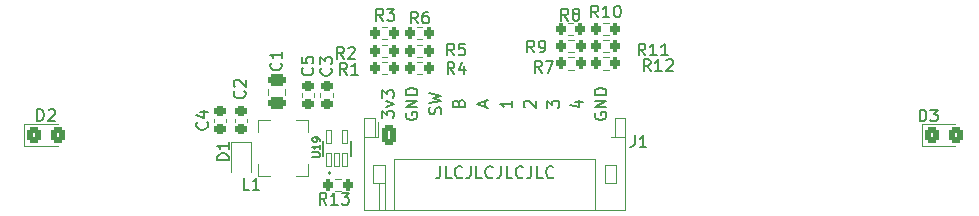
<source format=gto>
%TF.GenerationSoftware,KiCad,Pcbnew,(6.0.6)*%
%TF.CreationDate,2022-07-17T20:06:38+03:00*%
%TF.ProjectId,Sensor,53656e73-6f72-42e6-9b69-6361645f7063,rev?*%
%TF.SameCoordinates,Original*%
%TF.FileFunction,Legend,Top*%
%TF.FilePolarity,Positive*%
%FSLAX46Y46*%
G04 Gerber Fmt 4.6, Leading zero omitted, Abs format (unit mm)*
G04 Created by KiCad (PCBNEW (6.0.6)) date 2022-07-17 20:06:38*
%MOMM*%
%LPD*%
G01*
G04 APERTURE LIST*
G04 Aperture macros list*
%AMRoundRect*
0 Rectangle with rounded corners*
0 $1 Rounding radius*
0 $2 $3 $4 $5 $6 $7 $8 $9 X,Y pos of 4 corners*
0 Add a 4 corners polygon primitive as box body*
4,1,4,$2,$3,$4,$5,$6,$7,$8,$9,$2,$3,0*
0 Add four circle primitives for the rounded corners*
1,1,$1+$1,$2,$3*
1,1,$1+$1,$4,$5*
1,1,$1+$1,$6,$7*
1,1,$1+$1,$8,$9*
0 Add four rect primitives between the rounded corners*
20,1,$1+$1,$2,$3,$4,$5,0*
20,1,$1+$1,$4,$5,$6,$7,0*
20,1,$1+$1,$6,$7,$8,$9,0*
20,1,$1+$1,$8,$9,$2,$3,0*%
G04 Aperture macros list end*
%ADD10C,0.150000*%
%ADD11C,0.120000*%
%ADD12C,0.127000*%
%ADD13C,0.200000*%
%ADD14RoundRect,0.250000X-0.475000X0.250000X-0.475000X-0.250000X0.475000X-0.250000X0.475000X0.250000X0*%
%ADD15RoundRect,0.225000X0.250000X-0.225000X0.250000X0.225000X-0.250000X0.225000X-0.250000X-0.225000X0*%
%ADD16R,0.450000X0.600000*%
%ADD17R,3.600000X1.500000*%
%ADD18RoundRect,0.200000X0.200000X0.275000X-0.200000X0.275000X-0.200000X-0.275000X0.200000X-0.275000X0*%
%ADD19RoundRect,0.020000X0.180000X-0.575000X0.180000X0.575000X-0.180000X0.575000X-0.180000X-0.575000X0*%
%ADD20C,2.100000*%
%ADD21RoundRect,0.250000X-0.325000X-0.450000X0.325000X-0.450000X0.325000X0.450000X-0.325000X0.450000X0*%
%ADD22RoundRect,0.200000X-0.200000X-0.275000X0.200000X-0.275000X0.200000X0.275000X-0.200000X0.275000X0*%
%ADD23RoundRect,0.250000X-0.350000X-0.625000X0.350000X-0.625000X0.350000X0.625000X-0.350000X0.625000X0*%
%ADD24O,1.200000X1.750000*%
G04 APERTURE END LIST*
D10*
X165404761Y-111227142D02*
X165452380Y-111084285D01*
X165452380Y-110846190D01*
X165404761Y-110750952D01*
X165357142Y-110703333D01*
X165261904Y-110655714D01*
X165166666Y-110655714D01*
X165071428Y-110703333D01*
X165023809Y-110750952D01*
X164976190Y-110846190D01*
X164928571Y-111036666D01*
X164880952Y-111131904D01*
X164833333Y-111179523D01*
X164738095Y-111227142D01*
X164642857Y-111227142D01*
X164547619Y-111179523D01*
X164500000Y-111131904D01*
X164452380Y-111036666D01*
X164452380Y-110798571D01*
X164500000Y-110655714D01*
X164452380Y-110322380D02*
X165452380Y-110084285D01*
X164738095Y-109893809D01*
X165452380Y-109703333D01*
X164452380Y-109465238D01*
X160452380Y-111560476D02*
X160452380Y-110941428D01*
X160833333Y-111274761D01*
X160833333Y-111131904D01*
X160880952Y-111036666D01*
X160928571Y-110989047D01*
X161023809Y-110941428D01*
X161261904Y-110941428D01*
X161357142Y-110989047D01*
X161404761Y-111036666D01*
X161452380Y-111131904D01*
X161452380Y-111417619D01*
X161404761Y-111512857D01*
X161357142Y-111560476D01*
X160785714Y-110608095D02*
X161452380Y-110370000D01*
X160785714Y-110131904D01*
X160452380Y-109846190D02*
X160452380Y-109227142D01*
X160833333Y-109560476D01*
X160833333Y-109417619D01*
X160880952Y-109322380D01*
X160928571Y-109274761D01*
X161023809Y-109227142D01*
X161261904Y-109227142D01*
X161357142Y-109274761D01*
X161404761Y-109322380D01*
X161452380Y-109417619D01*
X161452380Y-109703333D01*
X161404761Y-109798571D01*
X161357142Y-109846190D01*
X171452380Y-110084285D02*
X171452380Y-110655714D01*
X171452380Y-110370000D02*
X170452380Y-110370000D01*
X170595238Y-110465238D01*
X170690476Y-110560476D01*
X170738095Y-110655714D01*
X176785714Y-110179523D02*
X177452380Y-110179523D01*
X176404761Y-110417619D02*
X177119047Y-110655714D01*
X177119047Y-110036666D01*
X172547619Y-110655714D02*
X172500000Y-110608095D01*
X172452380Y-110512857D01*
X172452380Y-110274761D01*
X172500000Y-110179523D01*
X172547619Y-110131904D01*
X172642857Y-110084285D01*
X172738095Y-110084285D01*
X172880952Y-110131904D01*
X173452380Y-110703333D01*
X173452380Y-110084285D01*
X178500000Y-111131904D02*
X178452380Y-111227142D01*
X178452380Y-111370000D01*
X178500000Y-111512857D01*
X178595238Y-111608095D01*
X178690476Y-111655714D01*
X178880952Y-111703333D01*
X179023809Y-111703333D01*
X179214285Y-111655714D01*
X179309523Y-111608095D01*
X179404761Y-111512857D01*
X179452380Y-111370000D01*
X179452380Y-111274761D01*
X179404761Y-111131904D01*
X179357142Y-111084285D01*
X179023809Y-111084285D01*
X179023809Y-111274761D01*
X179452380Y-110655714D02*
X178452380Y-110655714D01*
X179452380Y-110084285D01*
X178452380Y-110084285D01*
X179452380Y-109608095D02*
X178452380Y-109608095D01*
X178452380Y-109370000D01*
X178500000Y-109227142D01*
X178595238Y-109131904D01*
X178690476Y-109084285D01*
X178880952Y-109036666D01*
X179023809Y-109036666D01*
X179214285Y-109084285D01*
X179309523Y-109131904D01*
X179404761Y-109227142D01*
X179452380Y-109370000D01*
X179452380Y-109608095D01*
X162500000Y-111131904D02*
X162452380Y-111227142D01*
X162452380Y-111370000D01*
X162500000Y-111512857D01*
X162595238Y-111608095D01*
X162690476Y-111655714D01*
X162880952Y-111703333D01*
X163023809Y-111703333D01*
X163214285Y-111655714D01*
X163309523Y-111608095D01*
X163404761Y-111512857D01*
X163452380Y-111370000D01*
X163452380Y-111274761D01*
X163404761Y-111131904D01*
X163357142Y-111084285D01*
X163023809Y-111084285D01*
X163023809Y-111274761D01*
X163452380Y-110655714D02*
X162452380Y-110655714D01*
X163452380Y-110084285D01*
X162452380Y-110084285D01*
X163452380Y-109608095D02*
X162452380Y-109608095D01*
X162452380Y-109370000D01*
X162500000Y-109227142D01*
X162595238Y-109131904D01*
X162690476Y-109084285D01*
X162880952Y-109036666D01*
X163023809Y-109036666D01*
X163214285Y-109084285D01*
X163309523Y-109131904D01*
X163404761Y-109227142D01*
X163452380Y-109370000D01*
X163452380Y-109608095D01*
X166928571Y-110298571D02*
X166976190Y-110155714D01*
X167023809Y-110108095D01*
X167119047Y-110060476D01*
X167261904Y-110060476D01*
X167357142Y-110108095D01*
X167404761Y-110155714D01*
X167452380Y-110250952D01*
X167452380Y-110631904D01*
X166452380Y-110631904D01*
X166452380Y-110298571D01*
X166500000Y-110203333D01*
X166547619Y-110155714D01*
X166642857Y-110108095D01*
X166738095Y-110108095D01*
X166833333Y-110155714D01*
X166880952Y-110203333D01*
X166928571Y-110298571D01*
X166928571Y-110631904D01*
X169166666Y-110608095D02*
X169166666Y-110131904D01*
X169452380Y-110703333D02*
X168452380Y-110370000D01*
X169452380Y-110036666D01*
X165380952Y-115652380D02*
X165380952Y-116366666D01*
X165333333Y-116509523D01*
X165238095Y-116604761D01*
X165095238Y-116652380D01*
X165000000Y-116652380D01*
X166333333Y-116652380D02*
X165857142Y-116652380D01*
X165857142Y-115652380D01*
X167238095Y-116557142D02*
X167190476Y-116604761D01*
X167047619Y-116652380D01*
X166952380Y-116652380D01*
X166809523Y-116604761D01*
X166714285Y-116509523D01*
X166666666Y-116414285D01*
X166619047Y-116223809D01*
X166619047Y-116080952D01*
X166666666Y-115890476D01*
X166714285Y-115795238D01*
X166809523Y-115700000D01*
X166952380Y-115652380D01*
X167047619Y-115652380D01*
X167190476Y-115700000D01*
X167238095Y-115747619D01*
X167952380Y-115652380D02*
X167952380Y-116366666D01*
X167904761Y-116509523D01*
X167809523Y-116604761D01*
X167666666Y-116652380D01*
X167571428Y-116652380D01*
X168904761Y-116652380D02*
X168428571Y-116652380D01*
X168428571Y-115652380D01*
X169809523Y-116557142D02*
X169761904Y-116604761D01*
X169619047Y-116652380D01*
X169523809Y-116652380D01*
X169380952Y-116604761D01*
X169285714Y-116509523D01*
X169238095Y-116414285D01*
X169190476Y-116223809D01*
X169190476Y-116080952D01*
X169238095Y-115890476D01*
X169285714Y-115795238D01*
X169380952Y-115700000D01*
X169523809Y-115652380D01*
X169619047Y-115652380D01*
X169761904Y-115700000D01*
X169809523Y-115747619D01*
X170523809Y-115652380D02*
X170523809Y-116366666D01*
X170476190Y-116509523D01*
X170380952Y-116604761D01*
X170238095Y-116652380D01*
X170142857Y-116652380D01*
X171476190Y-116652380D02*
X171000000Y-116652380D01*
X171000000Y-115652380D01*
X172380952Y-116557142D02*
X172333333Y-116604761D01*
X172190476Y-116652380D01*
X172095238Y-116652380D01*
X171952380Y-116604761D01*
X171857142Y-116509523D01*
X171809523Y-116414285D01*
X171761904Y-116223809D01*
X171761904Y-116080952D01*
X171809523Y-115890476D01*
X171857142Y-115795238D01*
X171952380Y-115700000D01*
X172095238Y-115652380D01*
X172190476Y-115652380D01*
X172333333Y-115700000D01*
X172380952Y-115747619D01*
X173095238Y-115652380D02*
X173095238Y-116366666D01*
X173047619Y-116509523D01*
X172952380Y-116604761D01*
X172809523Y-116652380D01*
X172714285Y-116652380D01*
X174047619Y-116652380D02*
X173571428Y-116652380D01*
X173571428Y-115652380D01*
X174952380Y-116557142D02*
X174904761Y-116604761D01*
X174761904Y-116652380D01*
X174666666Y-116652380D01*
X174523809Y-116604761D01*
X174428571Y-116509523D01*
X174380952Y-116414285D01*
X174333333Y-116223809D01*
X174333333Y-116080952D01*
X174380952Y-115890476D01*
X174428571Y-115795238D01*
X174523809Y-115700000D01*
X174666666Y-115652380D01*
X174761904Y-115652380D01*
X174904761Y-115700000D01*
X174952380Y-115747619D01*
X174452380Y-110703333D02*
X174452380Y-110084285D01*
X174833333Y-110417619D01*
X174833333Y-110274761D01*
X174880952Y-110179523D01*
X174928571Y-110131904D01*
X175023809Y-110084285D01*
X175261904Y-110084285D01*
X175357142Y-110131904D01*
X175404761Y-110179523D01*
X175452380Y-110274761D01*
X175452380Y-110560476D01*
X175404761Y-110655714D01*
X175357142Y-110703333D01*
X151867142Y-106901666D02*
X151914761Y-106949285D01*
X151962380Y-107092142D01*
X151962380Y-107187380D01*
X151914761Y-107330238D01*
X151819523Y-107425476D01*
X151724285Y-107473095D01*
X151533809Y-107520714D01*
X151390952Y-107520714D01*
X151200476Y-107473095D01*
X151105238Y-107425476D01*
X151010000Y-107330238D01*
X150962380Y-107187380D01*
X150962380Y-107092142D01*
X151010000Y-106949285D01*
X151057619Y-106901666D01*
X151962380Y-105949285D02*
X151962380Y-106520714D01*
X151962380Y-106235000D02*
X150962380Y-106235000D01*
X151105238Y-106330238D01*
X151200476Y-106425476D01*
X151248095Y-106520714D01*
X148797142Y-109276666D02*
X148844761Y-109324285D01*
X148892380Y-109467142D01*
X148892380Y-109562380D01*
X148844761Y-109705238D01*
X148749523Y-109800476D01*
X148654285Y-109848095D01*
X148463809Y-109895714D01*
X148320952Y-109895714D01*
X148130476Y-109848095D01*
X148035238Y-109800476D01*
X147940000Y-109705238D01*
X147892380Y-109562380D01*
X147892380Y-109467142D01*
X147940000Y-109324285D01*
X147987619Y-109276666D01*
X147987619Y-108895714D02*
X147940000Y-108848095D01*
X147892380Y-108752857D01*
X147892380Y-108514761D01*
X147940000Y-108419523D01*
X147987619Y-108371904D01*
X148082857Y-108324285D01*
X148178095Y-108324285D01*
X148320952Y-108371904D01*
X148892380Y-108943333D01*
X148892380Y-108324285D01*
X147472380Y-115128095D02*
X146472380Y-115128095D01*
X146472380Y-114890000D01*
X146520000Y-114747142D01*
X146615238Y-114651904D01*
X146710476Y-114604285D01*
X146900952Y-114556666D01*
X147043809Y-114556666D01*
X147234285Y-114604285D01*
X147329523Y-114651904D01*
X147424761Y-114747142D01*
X147472380Y-114890000D01*
X147472380Y-115128095D01*
X147472380Y-113604285D02*
X147472380Y-114175714D01*
X147472380Y-113890000D02*
X146472380Y-113890000D01*
X146615238Y-113985238D01*
X146710476Y-114080476D01*
X146758095Y-114175714D01*
X149213333Y-117632380D02*
X148737142Y-117632380D01*
X148737142Y-116632380D01*
X150070476Y-117632380D02*
X149499047Y-117632380D01*
X149784761Y-117632380D02*
X149784761Y-116632380D01*
X149689523Y-116775238D01*
X149594285Y-116870476D01*
X149499047Y-116918095D01*
X155747142Y-118892380D02*
X155413809Y-118416190D01*
X155175714Y-118892380D02*
X155175714Y-117892380D01*
X155556666Y-117892380D01*
X155651904Y-117940000D01*
X155699523Y-117987619D01*
X155747142Y-118082857D01*
X155747142Y-118225714D01*
X155699523Y-118320952D01*
X155651904Y-118368571D01*
X155556666Y-118416190D01*
X155175714Y-118416190D01*
X156699523Y-118892380D02*
X156128095Y-118892380D01*
X156413809Y-118892380D02*
X156413809Y-117892380D01*
X156318571Y-118035238D01*
X156223333Y-118130476D01*
X156128095Y-118178095D01*
X157032857Y-117892380D02*
X157651904Y-117892380D01*
X157318571Y-118273333D01*
X157461428Y-118273333D01*
X157556666Y-118320952D01*
X157604285Y-118368571D01*
X157651904Y-118463809D01*
X157651904Y-118701904D01*
X157604285Y-118797142D01*
X157556666Y-118844761D01*
X157461428Y-118892380D01*
X157175714Y-118892380D01*
X157080476Y-118844761D01*
X157032857Y-118797142D01*
X154559523Y-114822380D02*
X155077619Y-114822380D01*
X155138571Y-114791904D01*
X155169047Y-114761428D01*
X155199523Y-114700476D01*
X155199523Y-114578571D01*
X155169047Y-114517619D01*
X155138571Y-114487142D01*
X155077619Y-114456666D01*
X154559523Y-114456666D01*
X155199523Y-113816666D02*
X155199523Y-114182380D01*
X155199523Y-113999523D02*
X154559523Y-113999523D01*
X154650952Y-114060476D01*
X154711904Y-114121428D01*
X154742380Y-114182380D01*
X155199523Y-113511904D02*
X155199523Y-113390000D01*
X155169047Y-113329047D01*
X155138571Y-113298571D01*
X155047142Y-113237619D01*
X154925238Y-113207142D01*
X154681428Y-113207142D01*
X154620476Y-113237619D01*
X154590000Y-113268095D01*
X154559523Y-113329047D01*
X154559523Y-113450952D01*
X154590000Y-113511904D01*
X154620476Y-113542380D01*
X154681428Y-113572857D01*
X154833809Y-113572857D01*
X154894761Y-113542380D01*
X154925238Y-113511904D01*
X154955714Y-113450952D01*
X154955714Y-113329047D01*
X154925238Y-113268095D01*
X154894761Y-113237619D01*
X154833809Y-113207142D01*
X156107142Y-107346666D02*
X156154761Y-107394285D01*
X156202380Y-107537142D01*
X156202380Y-107632380D01*
X156154761Y-107775238D01*
X156059523Y-107870476D01*
X155964285Y-107918095D01*
X155773809Y-107965714D01*
X155630952Y-107965714D01*
X155440476Y-107918095D01*
X155345238Y-107870476D01*
X155250000Y-107775238D01*
X155202380Y-107632380D01*
X155202380Y-107537142D01*
X155250000Y-107394285D01*
X155297619Y-107346666D01*
X155202380Y-107013333D02*
X155202380Y-106394285D01*
X155583333Y-106727619D01*
X155583333Y-106584761D01*
X155630952Y-106489523D01*
X155678571Y-106441904D01*
X155773809Y-106394285D01*
X156011904Y-106394285D01*
X156107142Y-106441904D01*
X156154761Y-106489523D01*
X156202380Y-106584761D01*
X156202380Y-106870476D01*
X156154761Y-106965714D01*
X156107142Y-107013333D01*
X176203333Y-103312380D02*
X175870000Y-102836190D01*
X175631904Y-103312380D02*
X175631904Y-102312380D01*
X176012857Y-102312380D01*
X176108095Y-102360000D01*
X176155714Y-102407619D01*
X176203333Y-102502857D01*
X176203333Y-102645714D01*
X176155714Y-102740952D01*
X176108095Y-102788571D01*
X176012857Y-102836190D01*
X175631904Y-102836190D01*
X176774761Y-102740952D02*
X176679523Y-102693333D01*
X176631904Y-102645714D01*
X176584285Y-102550476D01*
X176584285Y-102502857D01*
X176631904Y-102407619D01*
X176679523Y-102360000D01*
X176774761Y-102312380D01*
X176965238Y-102312380D01*
X177060476Y-102360000D01*
X177108095Y-102407619D01*
X177155714Y-102502857D01*
X177155714Y-102550476D01*
X177108095Y-102645714D01*
X177060476Y-102693333D01*
X176965238Y-102740952D01*
X176774761Y-102740952D01*
X176679523Y-102788571D01*
X176631904Y-102836190D01*
X176584285Y-102931428D01*
X176584285Y-103121904D01*
X176631904Y-103217142D01*
X176679523Y-103264761D01*
X176774761Y-103312380D01*
X176965238Y-103312380D01*
X177060476Y-103264761D01*
X177108095Y-103217142D01*
X177155714Y-103121904D01*
X177155714Y-102931428D01*
X177108095Y-102836190D01*
X177060476Y-102788571D01*
X176965238Y-102740952D01*
X131261904Y-111802380D02*
X131261904Y-110802380D01*
X131500000Y-110802380D01*
X131642857Y-110850000D01*
X131738095Y-110945238D01*
X131785714Y-111040476D01*
X131833333Y-111230952D01*
X131833333Y-111373809D01*
X131785714Y-111564285D01*
X131738095Y-111659523D01*
X131642857Y-111754761D01*
X131500000Y-111802380D01*
X131261904Y-111802380D01*
X132214285Y-110897619D02*
X132261904Y-110850000D01*
X132357142Y-110802380D01*
X132595238Y-110802380D01*
X132690476Y-110850000D01*
X132738095Y-110897619D01*
X132785714Y-110992857D01*
X132785714Y-111088095D01*
X132738095Y-111230952D01*
X132166666Y-111802380D01*
X132785714Y-111802380D01*
X173963333Y-107712380D02*
X173630000Y-107236190D01*
X173391904Y-107712380D02*
X173391904Y-106712380D01*
X173772857Y-106712380D01*
X173868095Y-106760000D01*
X173915714Y-106807619D01*
X173963333Y-106902857D01*
X173963333Y-107045714D01*
X173915714Y-107140952D01*
X173868095Y-107188571D01*
X173772857Y-107236190D01*
X173391904Y-107236190D01*
X174296666Y-106712380D02*
X174963333Y-106712380D01*
X174534761Y-107712380D01*
X163483333Y-103552380D02*
X163150000Y-103076190D01*
X162911904Y-103552380D02*
X162911904Y-102552380D01*
X163292857Y-102552380D01*
X163388095Y-102600000D01*
X163435714Y-102647619D01*
X163483333Y-102742857D01*
X163483333Y-102885714D01*
X163435714Y-102980952D01*
X163388095Y-103028571D01*
X163292857Y-103076190D01*
X162911904Y-103076190D01*
X164340476Y-102552380D02*
X164150000Y-102552380D01*
X164054761Y-102600000D01*
X164007142Y-102647619D01*
X163911904Y-102790476D01*
X163864285Y-102980952D01*
X163864285Y-103361904D01*
X163911904Y-103457142D01*
X163959523Y-103504761D01*
X164054761Y-103552380D01*
X164245238Y-103552380D01*
X164340476Y-103504761D01*
X164388095Y-103457142D01*
X164435714Y-103361904D01*
X164435714Y-103123809D01*
X164388095Y-103028571D01*
X164340476Y-102980952D01*
X164245238Y-102933333D01*
X164054761Y-102933333D01*
X163959523Y-102980952D01*
X163911904Y-103028571D01*
X163864285Y-103123809D01*
X145627142Y-111916666D02*
X145674761Y-111964285D01*
X145722380Y-112107142D01*
X145722380Y-112202380D01*
X145674761Y-112345238D01*
X145579523Y-112440476D01*
X145484285Y-112488095D01*
X145293809Y-112535714D01*
X145150952Y-112535714D01*
X144960476Y-112488095D01*
X144865238Y-112440476D01*
X144770000Y-112345238D01*
X144722380Y-112202380D01*
X144722380Y-112107142D01*
X144770000Y-111964285D01*
X144817619Y-111916666D01*
X145055714Y-111059523D02*
X145722380Y-111059523D01*
X144674761Y-111297619D02*
X145389047Y-111535714D01*
X145389047Y-110916666D01*
X181836666Y-113012380D02*
X181836666Y-113726666D01*
X181789047Y-113869523D01*
X181693809Y-113964761D01*
X181550952Y-114012380D01*
X181455714Y-114012380D01*
X182836666Y-114012380D02*
X182265238Y-114012380D01*
X182550952Y-114012380D02*
X182550952Y-113012380D01*
X182455714Y-113155238D01*
X182360476Y-113250476D01*
X182265238Y-113298095D01*
X160543333Y-103322380D02*
X160210000Y-102846190D01*
X159971904Y-103322380D02*
X159971904Y-102322380D01*
X160352857Y-102322380D01*
X160448095Y-102370000D01*
X160495714Y-102417619D01*
X160543333Y-102512857D01*
X160543333Y-102655714D01*
X160495714Y-102750952D01*
X160448095Y-102798571D01*
X160352857Y-102846190D01*
X159971904Y-102846190D01*
X160876666Y-102322380D02*
X161495714Y-102322380D01*
X161162380Y-102703333D01*
X161305238Y-102703333D01*
X161400476Y-102750952D01*
X161448095Y-102798571D01*
X161495714Y-102893809D01*
X161495714Y-103131904D01*
X161448095Y-103227142D01*
X161400476Y-103274761D01*
X161305238Y-103322380D01*
X161019523Y-103322380D01*
X160924285Y-103274761D01*
X160876666Y-103227142D01*
X173323333Y-106012380D02*
X172990000Y-105536190D01*
X172751904Y-106012380D02*
X172751904Y-105012380D01*
X173132857Y-105012380D01*
X173228095Y-105060000D01*
X173275714Y-105107619D01*
X173323333Y-105202857D01*
X173323333Y-105345714D01*
X173275714Y-105440952D01*
X173228095Y-105488571D01*
X173132857Y-105536190D01*
X172751904Y-105536190D01*
X173799523Y-106012380D02*
X173990000Y-106012380D01*
X174085238Y-105964761D01*
X174132857Y-105917142D01*
X174228095Y-105774285D01*
X174275714Y-105583809D01*
X174275714Y-105202857D01*
X174228095Y-105107619D01*
X174180476Y-105060000D01*
X174085238Y-105012380D01*
X173894761Y-105012380D01*
X173799523Y-105060000D01*
X173751904Y-105107619D01*
X173704285Y-105202857D01*
X173704285Y-105440952D01*
X173751904Y-105536190D01*
X173799523Y-105583809D01*
X173894761Y-105631428D01*
X174085238Y-105631428D01*
X174180476Y-105583809D01*
X174228095Y-105536190D01*
X174275714Y-105440952D01*
X182747142Y-106252380D02*
X182413809Y-105776190D01*
X182175714Y-106252380D02*
X182175714Y-105252380D01*
X182556666Y-105252380D01*
X182651904Y-105300000D01*
X182699523Y-105347619D01*
X182747142Y-105442857D01*
X182747142Y-105585714D01*
X182699523Y-105680952D01*
X182651904Y-105728571D01*
X182556666Y-105776190D01*
X182175714Y-105776190D01*
X183699523Y-106252380D02*
X183128095Y-106252380D01*
X183413809Y-106252380D02*
X183413809Y-105252380D01*
X183318571Y-105395238D01*
X183223333Y-105490476D01*
X183128095Y-105538095D01*
X184651904Y-106252380D02*
X184080476Y-106252380D01*
X184366190Y-106252380D02*
X184366190Y-105252380D01*
X184270952Y-105395238D01*
X184175714Y-105490476D01*
X184080476Y-105538095D01*
X178747142Y-103042380D02*
X178413809Y-102566190D01*
X178175714Y-103042380D02*
X178175714Y-102042380D01*
X178556666Y-102042380D01*
X178651904Y-102090000D01*
X178699523Y-102137619D01*
X178747142Y-102232857D01*
X178747142Y-102375714D01*
X178699523Y-102470952D01*
X178651904Y-102518571D01*
X178556666Y-102566190D01*
X178175714Y-102566190D01*
X179699523Y-103042380D02*
X179128095Y-103042380D01*
X179413809Y-103042380D02*
X179413809Y-102042380D01*
X179318571Y-102185238D01*
X179223333Y-102280476D01*
X179128095Y-102328095D01*
X180318571Y-102042380D02*
X180413809Y-102042380D01*
X180509047Y-102090000D01*
X180556666Y-102137619D01*
X180604285Y-102232857D01*
X180651904Y-102423333D01*
X180651904Y-102661428D01*
X180604285Y-102851904D01*
X180556666Y-102947142D01*
X180509047Y-102994761D01*
X180413809Y-103042380D01*
X180318571Y-103042380D01*
X180223333Y-102994761D01*
X180175714Y-102947142D01*
X180128095Y-102851904D01*
X180080476Y-102661428D01*
X180080476Y-102423333D01*
X180128095Y-102232857D01*
X180175714Y-102137619D01*
X180223333Y-102090000D01*
X180318571Y-102042380D01*
X166563333Y-106252380D02*
X166230000Y-105776190D01*
X165991904Y-106252380D02*
X165991904Y-105252380D01*
X166372857Y-105252380D01*
X166468095Y-105300000D01*
X166515714Y-105347619D01*
X166563333Y-105442857D01*
X166563333Y-105585714D01*
X166515714Y-105680952D01*
X166468095Y-105728571D01*
X166372857Y-105776190D01*
X165991904Y-105776190D01*
X167468095Y-105252380D02*
X166991904Y-105252380D01*
X166944285Y-105728571D01*
X166991904Y-105680952D01*
X167087142Y-105633333D01*
X167325238Y-105633333D01*
X167420476Y-105680952D01*
X167468095Y-105728571D01*
X167515714Y-105823809D01*
X167515714Y-106061904D01*
X167468095Y-106157142D01*
X167420476Y-106204761D01*
X167325238Y-106252380D01*
X167087142Y-106252380D01*
X166991904Y-106204761D01*
X166944285Y-106157142D01*
X166573333Y-107842380D02*
X166240000Y-107366190D01*
X166001904Y-107842380D02*
X166001904Y-106842380D01*
X166382857Y-106842380D01*
X166478095Y-106890000D01*
X166525714Y-106937619D01*
X166573333Y-107032857D01*
X166573333Y-107175714D01*
X166525714Y-107270952D01*
X166478095Y-107318571D01*
X166382857Y-107366190D01*
X166001904Y-107366190D01*
X167430476Y-107175714D02*
X167430476Y-107842380D01*
X167192380Y-106794761D02*
X166954285Y-107509047D01*
X167573333Y-107509047D01*
X157483333Y-107902380D02*
X157150000Y-107426190D01*
X156911904Y-107902380D02*
X156911904Y-106902380D01*
X157292857Y-106902380D01*
X157388095Y-106950000D01*
X157435714Y-106997619D01*
X157483333Y-107092857D01*
X157483333Y-107235714D01*
X157435714Y-107330952D01*
X157388095Y-107378571D01*
X157292857Y-107426190D01*
X156911904Y-107426190D01*
X158435714Y-107902380D02*
X157864285Y-107902380D01*
X158150000Y-107902380D02*
X158150000Y-106902380D01*
X158054761Y-107045238D01*
X157959523Y-107140476D01*
X157864285Y-107188095D01*
X205961904Y-111852380D02*
X205961904Y-110852380D01*
X206200000Y-110852380D01*
X206342857Y-110900000D01*
X206438095Y-110995238D01*
X206485714Y-111090476D01*
X206533333Y-111280952D01*
X206533333Y-111423809D01*
X206485714Y-111614285D01*
X206438095Y-111709523D01*
X206342857Y-111804761D01*
X206200000Y-111852380D01*
X205961904Y-111852380D01*
X206866666Y-110852380D02*
X207485714Y-110852380D01*
X207152380Y-111233333D01*
X207295238Y-111233333D01*
X207390476Y-111280952D01*
X207438095Y-111328571D01*
X207485714Y-111423809D01*
X207485714Y-111661904D01*
X207438095Y-111757142D01*
X207390476Y-111804761D01*
X207295238Y-111852380D01*
X207009523Y-111852380D01*
X206914285Y-111804761D01*
X206866666Y-111757142D01*
X157213333Y-106552380D02*
X156880000Y-106076190D01*
X156641904Y-106552380D02*
X156641904Y-105552380D01*
X157022857Y-105552380D01*
X157118095Y-105600000D01*
X157165714Y-105647619D01*
X157213333Y-105742857D01*
X157213333Y-105885714D01*
X157165714Y-105980952D01*
X157118095Y-106028571D01*
X157022857Y-106076190D01*
X156641904Y-106076190D01*
X157594285Y-105647619D02*
X157641904Y-105600000D01*
X157737142Y-105552380D01*
X157975238Y-105552380D01*
X158070476Y-105600000D01*
X158118095Y-105647619D01*
X158165714Y-105742857D01*
X158165714Y-105838095D01*
X158118095Y-105980952D01*
X157546666Y-106552380D01*
X158165714Y-106552380D01*
X183187142Y-107592380D02*
X182853809Y-107116190D01*
X182615714Y-107592380D02*
X182615714Y-106592380D01*
X182996666Y-106592380D01*
X183091904Y-106640000D01*
X183139523Y-106687619D01*
X183187142Y-106782857D01*
X183187142Y-106925714D01*
X183139523Y-107020952D01*
X183091904Y-107068571D01*
X182996666Y-107116190D01*
X182615714Y-107116190D01*
X184139523Y-107592380D02*
X183568095Y-107592380D01*
X183853809Y-107592380D02*
X183853809Y-106592380D01*
X183758571Y-106735238D01*
X183663333Y-106830476D01*
X183568095Y-106878095D01*
X184520476Y-106687619D02*
X184568095Y-106640000D01*
X184663333Y-106592380D01*
X184901428Y-106592380D01*
X184996666Y-106640000D01*
X185044285Y-106687619D01*
X185091904Y-106782857D01*
X185091904Y-106878095D01*
X185044285Y-107020952D01*
X184472857Y-107592380D01*
X185091904Y-107592380D01*
X154547142Y-107316666D02*
X154594761Y-107364285D01*
X154642380Y-107507142D01*
X154642380Y-107602380D01*
X154594761Y-107745238D01*
X154499523Y-107840476D01*
X154404285Y-107888095D01*
X154213809Y-107935714D01*
X154070952Y-107935714D01*
X153880476Y-107888095D01*
X153785238Y-107840476D01*
X153690000Y-107745238D01*
X153642380Y-107602380D01*
X153642380Y-107507142D01*
X153690000Y-107364285D01*
X153737619Y-107316666D01*
X153642380Y-106411904D02*
X153642380Y-106888095D01*
X154118571Y-106935714D01*
X154070952Y-106888095D01*
X154023333Y-106792857D01*
X154023333Y-106554761D01*
X154070952Y-106459523D01*
X154118571Y-106411904D01*
X154213809Y-106364285D01*
X154451904Y-106364285D01*
X154547142Y-106411904D01*
X154594761Y-106459523D01*
X154642380Y-106554761D01*
X154642380Y-106792857D01*
X154594761Y-106888095D01*
X154547142Y-106935714D01*
D11*
X150795000Y-109068748D02*
X150795000Y-109591252D01*
X152265000Y-109068748D02*
X152265000Y-109591252D01*
X148030000Y-111890580D02*
X148030000Y-111609420D01*
X149050000Y-111890580D02*
X149050000Y-111609420D01*
X149390000Y-113580000D02*
X147690000Y-113580000D01*
X149390000Y-113580000D02*
X149390000Y-116130000D01*
X147690000Y-113580000D02*
X147690000Y-116130000D01*
X149980000Y-116465000D02*
X151005000Y-116465000D01*
X149980000Y-116465000D02*
X149980000Y-115440000D01*
X154200000Y-111695000D02*
X153175000Y-111695000D01*
X149980000Y-111695000D02*
X151005000Y-111695000D01*
X149980000Y-111695000D02*
X149980000Y-112720000D01*
X154200000Y-111695000D02*
X154200000Y-112720000D01*
X154200000Y-116465000D02*
X153175000Y-116465000D01*
X154200000Y-116465000D02*
X154200000Y-115440000D01*
X156957258Y-117742500D02*
X156482742Y-117742500D01*
X156957258Y-116697500D02*
X156482742Y-116697500D01*
D12*
X157810000Y-113505000D02*
X157810000Y-114755000D01*
X155470000Y-114755000D02*
X155470000Y-113505000D01*
D13*
X156090000Y-116230000D02*
G75*
G03*
X156090000Y-116230000I-100000J0D01*
G01*
D11*
X156260000Y-109750580D02*
X156260000Y-109469420D01*
X155240000Y-109750580D02*
X155240000Y-109469420D01*
X176657258Y-104542500D02*
X176182742Y-104542500D01*
X176657258Y-103497500D02*
X176182742Y-103497500D01*
X133000000Y-112040000D02*
X130140000Y-112040000D01*
X130140000Y-112040000D02*
X130140000Y-113960000D01*
X130140000Y-113960000D02*
X133000000Y-113960000D01*
X176667258Y-106417500D02*
X176192742Y-106417500D01*
X176667258Y-107462500D02*
X176192742Y-107462500D01*
X163382742Y-103867500D02*
X163857258Y-103867500D01*
X163382742Y-104912500D02*
X163857258Y-104912500D01*
X147210000Y-111890580D02*
X147210000Y-111609420D01*
X146190000Y-111890580D02*
X146190000Y-111609420D01*
X160200000Y-117100000D02*
X160200000Y-119360000D01*
X179300000Y-117100000D02*
X179300000Y-115500000D01*
X178500000Y-115000000D02*
X178500000Y-119360000D01*
X160700000Y-115500000D02*
X159700000Y-115500000D01*
X180140000Y-113140000D02*
X179860000Y-113140000D01*
X159700000Y-115500000D02*
X159700000Y-117100000D01*
X159700000Y-117100000D02*
X160700000Y-117100000D01*
X158940000Y-113140000D02*
X159860000Y-113140000D01*
X158940000Y-111540000D02*
X158940000Y-119360000D01*
X179300000Y-115500000D02*
X180300000Y-115500000D01*
X180300000Y-115500000D02*
X180300000Y-117100000D01*
X161500000Y-115000000D02*
X178500000Y-115000000D01*
X181060000Y-111540000D02*
X180140000Y-111540000D01*
X159860000Y-111540000D02*
X158940000Y-111540000D01*
X160700000Y-117100000D02*
X160700000Y-115500000D01*
X159860000Y-113140000D02*
X159860000Y-111540000D01*
X181060000Y-119360000D02*
X181060000Y-111540000D01*
X160700000Y-117100000D02*
X160700000Y-119360000D01*
X160140000Y-113140000D02*
X159860000Y-113140000D01*
X161500000Y-119360000D02*
X161500000Y-115000000D01*
X180140000Y-111540000D02*
X180140000Y-113140000D01*
X158940000Y-119360000D02*
X181060000Y-119360000D01*
X180300000Y-117100000D02*
X179300000Y-117100000D01*
X160140000Y-113140000D02*
X160140000Y-111925000D01*
X181060000Y-113140000D02*
X180140000Y-113140000D01*
X160897258Y-104912500D02*
X160422742Y-104912500D01*
X160897258Y-103867500D02*
X160422742Y-103867500D01*
X176667258Y-104957500D02*
X176192742Y-104957500D01*
X176667258Y-106002500D02*
X176192742Y-106002500D01*
X179152742Y-106002500D02*
X179627258Y-106002500D01*
X179152742Y-104957500D02*
X179627258Y-104957500D01*
X179152742Y-103497500D02*
X179627258Y-103497500D01*
X179152742Y-104542500D02*
X179627258Y-104542500D01*
X163382742Y-105337500D02*
X163857258Y-105337500D01*
X163382742Y-106382500D02*
X163857258Y-106382500D01*
X163382742Y-107842500D02*
X163857258Y-107842500D01*
X163382742Y-106797500D02*
X163857258Y-106797500D01*
X160897258Y-106797500D02*
X160422742Y-106797500D01*
X160897258Y-107842500D02*
X160422742Y-107842500D01*
X206140000Y-113960000D02*
X209000000Y-113960000D01*
X206140000Y-112040000D02*
X206140000Y-113960000D01*
X209000000Y-112040000D02*
X206140000Y-112040000D01*
X160897258Y-106382500D02*
X160422742Y-106382500D01*
X160897258Y-105337500D02*
X160422742Y-105337500D01*
X179152742Y-106417500D02*
X179627258Y-106417500D01*
X179152742Y-107462500D02*
X179627258Y-107462500D01*
X153680000Y-109750580D02*
X153680000Y-109469420D01*
X154700000Y-109750580D02*
X154700000Y-109469420D01*
%LPC*%
D14*
X151530000Y-108380000D03*
X151530000Y-110280000D03*
D15*
X148540000Y-112525000D03*
X148540000Y-110975000D03*
D16*
X148540000Y-114030000D03*
X148540000Y-116130000D03*
D17*
X152090000Y-112555000D03*
X152090000Y-115605000D03*
D18*
X157545000Y-117220000D03*
X155895000Y-117220000D03*
D19*
X155990000Y-115090000D03*
X156640000Y-115090000D03*
X157290000Y-115090000D03*
X157290000Y-113170000D03*
X155990000Y-113170000D03*
D20*
X145000000Y-116000000D03*
X195000000Y-116000000D03*
D15*
X155750000Y-110385000D03*
X155750000Y-108835000D03*
D18*
X177245000Y-104020000D03*
X175595000Y-104020000D03*
D21*
X130975000Y-113000000D03*
X133025000Y-113000000D03*
D18*
X177255000Y-106940000D03*
X175605000Y-106940000D03*
D22*
X162795000Y-104390000D03*
X164445000Y-104390000D03*
D15*
X146700000Y-112525000D03*
X146700000Y-110975000D03*
D23*
X161000000Y-113000000D03*
D24*
X163000000Y-113000000D03*
X165000000Y-113000000D03*
X167000000Y-113000000D03*
X169000000Y-113000000D03*
X171000000Y-113000000D03*
X173000000Y-113000000D03*
X175000000Y-113000000D03*
X177000000Y-113000000D03*
X179000000Y-113000000D03*
D18*
X161485000Y-104390000D03*
X159835000Y-104390000D03*
X177255000Y-105480000D03*
X175605000Y-105480000D03*
D22*
X178565000Y-105480000D03*
X180215000Y-105480000D03*
X178565000Y-104020000D03*
X180215000Y-104020000D03*
X162795000Y-105860000D03*
X164445000Y-105860000D03*
X162795000Y-107320000D03*
X164445000Y-107320000D03*
D18*
X161485000Y-107320000D03*
X159835000Y-107320000D03*
D21*
X206975000Y-113000000D03*
X209025000Y-113000000D03*
D18*
X161485000Y-105860000D03*
X159835000Y-105860000D03*
D22*
X178565000Y-106940000D03*
X180215000Y-106940000D03*
D15*
X154190000Y-110385000D03*
X154190000Y-108835000D03*
M02*

</source>
